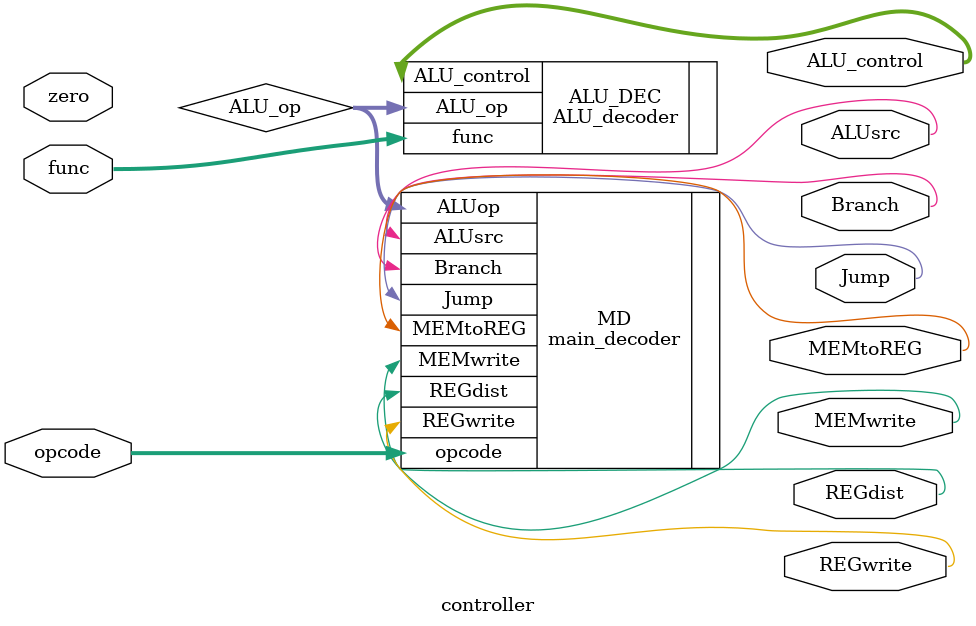
<source format=sv>
`timescale 1ns / 1ps


module controller
    (
     input logic [5:0] opcode,
     input logic [5:0] func,
     output logic [2:0] ALU_control,
     input logic zero,
     output logic MEMwrite,
                  REGwrite,
                  ALUsrc,
                  REGdist,
                  MEMtoREG,
                  Jump,
                  Branch
    );
    
    logic [1:0] ALU_op;
    
    
    main_decoder MD (.ALUop(ALU_op),
                     .opcode(opcode),
                     .MEMwrite(MEMwrite),
                     .REGwrite(REGwrite),
                     .ALUsrc(ALUsrc),
                     .REGdist(REGdist),
                     .MEMtoREG(MEMtoREG),
                     .Jump(Jump),
                     .Branch(Branch));
                     
    ALU_decoder ALU_DEC (.ALU_op(ALU_op),
                         .func(func),
                         .ALU_control(ALU_control));                 
endmodule

</source>
